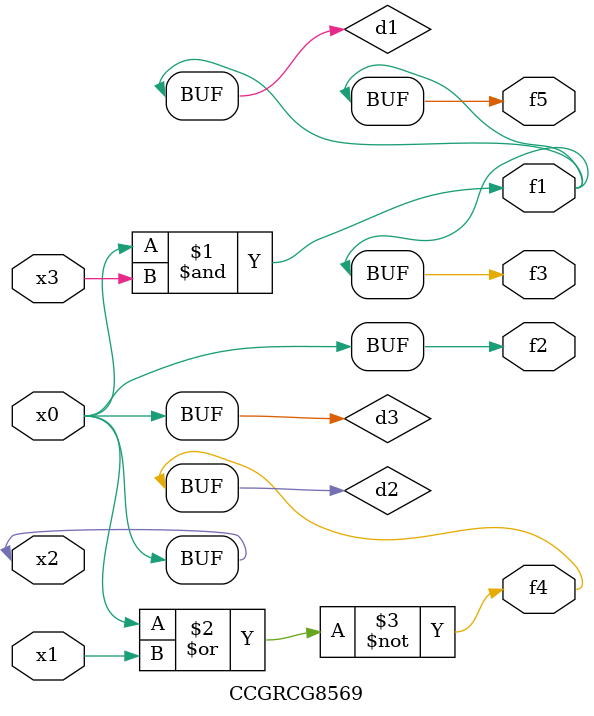
<source format=v>
module CCGRCG8569(
	input x0, x1, x2, x3,
	output f1, f2, f3, f4, f5
);

	wire d1, d2, d3;

	and (d1, x2, x3);
	nor (d2, x0, x1);
	buf (d3, x0, x2);
	assign f1 = d1;
	assign f2 = d3;
	assign f3 = d1;
	assign f4 = d2;
	assign f5 = d1;
endmodule

</source>
